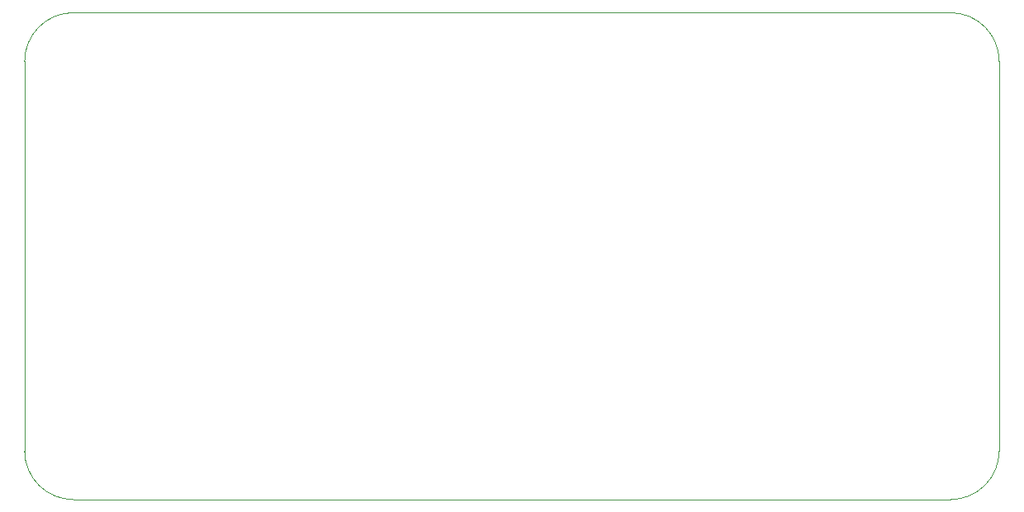
<source format=gbr>
G04 #@! TF.GenerationSoftware,KiCad,Pcbnew,(5.1.5)-3*
G04 #@! TF.CreationDate,2021-02-17T23:25:52-05:00*
G04 #@! TF.ProjectId,AM Bandpass Filter,414d2042-616e-4647-9061-73732046696c,rev?*
G04 #@! TF.SameCoordinates,Original*
G04 #@! TF.FileFunction,Profile,NP*
%FSLAX46Y46*%
G04 Gerber Fmt 4.6, Leading zero omitted, Abs format (unit mm)*
G04 Created by KiCad (PCBNEW (5.1.5)-3) date 2021-02-17 23:25:52*
%MOMM*%
%LPD*%
G04 APERTURE LIST*
%ADD10C,0.050000*%
G04 APERTURE END LIST*
D10*
X220000000Y-105000000D02*
X220000000Y-65000000D01*
X125000000Y-110000000D02*
X215000000Y-110000000D01*
X120000000Y-65000000D02*
X120000000Y-105000000D01*
X215000000Y-60000000D02*
X125000000Y-60000000D01*
X215000000Y-60000000D02*
G75*
G02X220000000Y-65000000I0J-5000000D01*
G01*
X220000000Y-105000000D02*
G75*
G02X215000000Y-110000000I-5000000J0D01*
G01*
X125000000Y-110000000D02*
G75*
G02X120000000Y-105000000I0J5000000D01*
G01*
X120000000Y-65000000D02*
G75*
G02X125000000Y-60000000I5000000J0D01*
G01*
M02*

</source>
